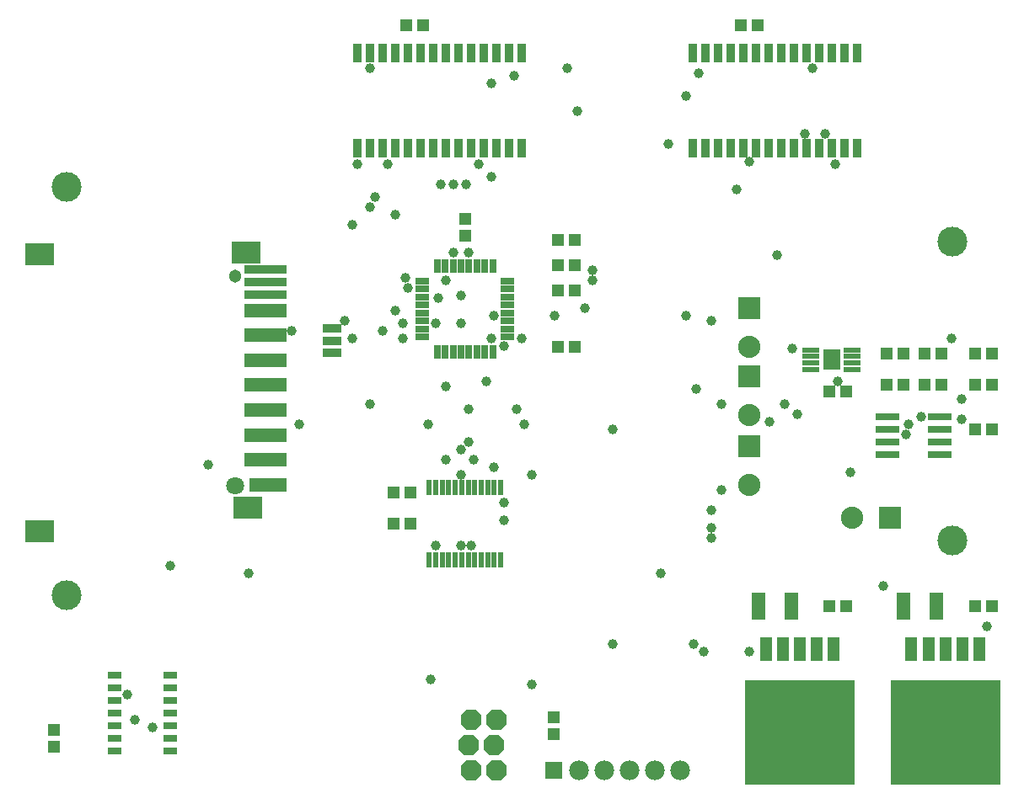
<source format=gts>
G75*
%MOIN*%
%OFA0B0*%
%FSLAX24Y24*%
%IPPOS*%
%LPD*%
%AMOC8*
5,1,8,0,0,1.08239X$1,22.5*
%
%ADD10R,0.0580X0.0300*%
%ADD11R,0.0300X0.0580*%
%ADD12R,0.0749X0.0356*%
%ADD13R,0.0513X0.0474*%
%ADD14R,0.0474X0.0513*%
%ADD15R,0.0217X0.0630*%
%ADD16R,0.0880X0.0880*%
%ADD17C,0.0880*%
%ADD18R,0.0336X0.0749*%
%ADD19R,0.0674X0.0674*%
%ADD20C,0.0780*%
%ADD21OC8,0.0820*%
%ADD22R,0.0552X0.0316*%
%ADD23R,0.0710X0.0237*%
%ADD24R,0.0698X0.0824*%
%ADD25R,0.4332X0.4178*%
%ADD26R,0.0500X0.0930*%
%ADD27R,0.0552X0.1064*%
%ADD28C,0.1182*%
%ADD29R,0.1182X0.0867*%
%ADD30R,0.1655X0.0356*%
%ADD31R,0.1655X0.0552*%
%ADD32R,0.1458X0.0552*%
%ADD33C,0.0513*%
%ADD34C,0.0710*%
%ADD35R,0.0946X0.0316*%
%ADD36C,0.0390*%
D10*
X016660Y018460D03*
X016660Y018775D03*
X016660Y019090D03*
X016660Y019405D03*
X016660Y019720D03*
X016660Y020035D03*
X016660Y020350D03*
X016660Y020665D03*
X020040Y020665D03*
X020040Y020350D03*
X020040Y020035D03*
X020040Y019720D03*
X020040Y019405D03*
X020040Y019090D03*
X020040Y018775D03*
X020040Y018460D03*
D11*
X019452Y017872D03*
X019137Y017872D03*
X018822Y017872D03*
X018507Y017872D03*
X018193Y017872D03*
X017878Y017872D03*
X017563Y017872D03*
X017248Y017872D03*
X017248Y021252D03*
X017563Y021252D03*
X017878Y021252D03*
X018193Y021252D03*
X018507Y021252D03*
X018822Y021252D03*
X019137Y021252D03*
X019452Y021252D03*
D12*
X013100Y018785D03*
X013100Y018312D03*
X013100Y017840D03*
D13*
X015515Y012312D03*
X016185Y012312D03*
X016185Y011062D03*
X015515Y011062D03*
X022015Y018062D03*
X022685Y018062D03*
X022685Y020312D03*
X022015Y020312D03*
X022015Y021312D03*
X022685Y021312D03*
X022685Y022312D03*
X022015Y022312D03*
X032765Y016312D03*
X033435Y016312D03*
X035015Y016562D03*
X035685Y016562D03*
X036515Y016562D03*
X037185Y016562D03*
X037185Y017812D03*
X036515Y017812D03*
X035685Y017812D03*
X035015Y017812D03*
X038515Y017812D03*
X039185Y017812D03*
X039185Y016562D03*
X038515Y016562D03*
X038515Y014812D03*
X039185Y014812D03*
X039185Y007812D03*
X038515Y007812D03*
X033435Y007812D03*
X032765Y007812D03*
X029935Y030812D03*
X029265Y030812D03*
X016685Y030812D03*
X016015Y030812D03*
D14*
X002100Y002228D03*
X002100Y002897D03*
X021850Y002728D03*
X021850Y003397D03*
X018350Y022478D03*
X018350Y023147D03*
D15*
X018222Y012502D03*
X017966Y012502D03*
X017710Y012502D03*
X017454Y012502D03*
X017198Y012502D03*
X016943Y012502D03*
X018478Y012502D03*
X018734Y012502D03*
X018990Y012502D03*
X019246Y012502D03*
X019502Y012502D03*
X019757Y012502D03*
X019757Y009623D03*
X019502Y009623D03*
X019246Y009623D03*
X018990Y009623D03*
X018734Y009623D03*
X018478Y009623D03*
X018222Y009623D03*
X017966Y009623D03*
X017710Y009623D03*
X017454Y009623D03*
X017198Y009623D03*
X016943Y009623D03*
D16*
X029600Y014127D03*
X029600Y016882D03*
X029600Y019595D03*
X035170Y011312D03*
D17*
X033652Y011312D03*
X029600Y012609D03*
X029600Y015364D03*
X029600Y018077D03*
D18*
X029350Y025931D03*
X029850Y025931D03*
X030350Y025931D03*
X030850Y025931D03*
X031350Y025931D03*
X031850Y025931D03*
X032350Y025931D03*
X032850Y025931D03*
X033350Y025931D03*
X033850Y025931D03*
X033850Y029694D03*
X033350Y029694D03*
X032850Y029694D03*
X032350Y029694D03*
X031850Y029694D03*
X031350Y029694D03*
X030850Y029694D03*
X030350Y029694D03*
X029850Y029694D03*
X029350Y029694D03*
X028850Y029694D03*
X028350Y029694D03*
X027850Y029694D03*
X027350Y029694D03*
X027350Y025931D03*
X027850Y025931D03*
X028350Y025931D03*
X028850Y025931D03*
X020600Y025931D03*
X020100Y025931D03*
X019600Y025931D03*
X019100Y025931D03*
X018600Y025931D03*
X018100Y025931D03*
X017600Y025931D03*
X017100Y025931D03*
X016600Y025931D03*
X016100Y025931D03*
X015600Y025931D03*
X015100Y025931D03*
X014600Y025931D03*
X014100Y025931D03*
X014100Y029694D03*
X014600Y029694D03*
X015100Y029694D03*
X015600Y029694D03*
X016100Y029694D03*
X016600Y029694D03*
X017100Y029694D03*
X017600Y029694D03*
X018100Y029694D03*
X018600Y029694D03*
X019100Y029694D03*
X019600Y029694D03*
X020100Y029694D03*
X020600Y029694D03*
D19*
X021850Y001312D03*
D20*
X022850Y001312D03*
X023850Y001312D03*
X024850Y001312D03*
X025850Y001312D03*
X026850Y001312D03*
D21*
X019600Y001312D03*
X018600Y001312D03*
X018500Y002312D03*
X019500Y002312D03*
X019600Y003312D03*
X018600Y003312D03*
D22*
X006702Y003062D03*
X006702Y003562D03*
X006702Y004062D03*
X006702Y004562D03*
X006702Y005062D03*
X004498Y005062D03*
X004498Y004562D03*
X004498Y004062D03*
X004498Y003562D03*
X004498Y003062D03*
X004498Y002562D03*
X004498Y002062D03*
X006702Y002062D03*
X006702Y002562D03*
D23*
X032023Y017179D03*
X032023Y017434D03*
X032023Y017690D03*
X032023Y017946D03*
X033677Y017946D03*
X033677Y017690D03*
X033677Y017434D03*
X033677Y017179D03*
D24*
X032850Y017562D03*
D25*
X031600Y002812D03*
X037350Y002812D03*
D26*
X037350Y006092D03*
X036680Y006092D03*
X036010Y006092D03*
X038020Y006092D03*
X038690Y006092D03*
X032940Y006092D03*
X032270Y006092D03*
X031600Y006092D03*
X030930Y006092D03*
X030260Y006092D03*
D27*
X029950Y007812D03*
X031250Y007812D03*
X035700Y007812D03*
X037000Y007812D03*
D28*
X037639Y010406D03*
X037639Y022218D03*
X002600Y024383D03*
X002600Y008241D03*
D29*
X001517Y010761D03*
X009746Y011706D03*
X009706Y021785D03*
X001517Y021745D03*
D30*
X010454Y021116D03*
X010454Y020643D03*
X010454Y020131D03*
D31*
X010454Y019501D03*
X010454Y018517D03*
X010454Y017533D03*
X010454Y016549D03*
X010454Y015564D03*
X010454Y014580D03*
X010454Y013596D03*
D32*
X010553Y012612D03*
D33*
X009273Y020879D03*
D34*
X009273Y012572D03*
D35*
X035076Y013812D03*
X035076Y014312D03*
X035076Y014812D03*
X035076Y015312D03*
X037124Y015312D03*
X037124Y014812D03*
X037124Y014312D03*
X037124Y013812D03*
D36*
X035800Y014612D03*
X035900Y015012D03*
X036400Y015312D03*
X038000Y015212D03*
X038000Y016012D03*
X037600Y018412D03*
X033100Y016712D03*
X031500Y015412D03*
X031000Y015812D03*
X030400Y015112D03*
X028500Y015812D03*
X027500Y016412D03*
X028100Y019112D03*
X027100Y019312D03*
X023400Y020712D03*
X023400Y021112D03*
X023100Y019612D03*
X021900Y019312D03*
X020600Y018412D03*
X019900Y018112D03*
X019400Y018412D03*
X019500Y019312D03*
X018200Y019012D03*
X017200Y019012D03*
X017300Y020012D03*
X017600Y020712D03*
X018200Y020112D03*
X017900Y021812D03*
X018500Y021812D03*
X016000Y020812D03*
X016100Y020412D03*
X015600Y019512D03*
X015900Y019012D03*
X015900Y018412D03*
X015100Y018712D03*
X013900Y018412D03*
X013600Y019112D03*
X011500Y018712D03*
X014600Y015812D03*
X016900Y015012D03*
X018200Y014012D03*
X018500Y014312D03*
X018700Y013612D03*
X018200Y013012D03*
X017600Y013612D03*
X019500Y013312D03*
X021000Y013012D03*
X019900Y011912D03*
X019900Y011212D03*
X018600Y010212D03*
X018200Y010212D03*
X017200Y010212D03*
X020700Y015012D03*
X020400Y015612D03*
X019200Y016712D03*
X018500Y015612D03*
X017600Y016512D03*
X011800Y015012D03*
X008200Y013412D03*
X006700Y009412D03*
X009800Y009112D03*
X005000Y004312D03*
X005300Y003312D03*
X006000Y003012D03*
X017000Y004912D03*
X021000Y004712D03*
X024200Y006312D03*
X027400Y006312D03*
X027800Y006012D03*
X029600Y006012D03*
X026100Y009112D03*
X028100Y010512D03*
X028100Y010912D03*
X028100Y011612D03*
X028500Y012412D03*
X024200Y014812D03*
X031300Y018012D03*
X030700Y021712D03*
X029100Y024312D03*
X029600Y025412D03*
X031800Y026512D03*
X032600Y026512D03*
X033000Y025312D03*
X032100Y029112D03*
X027600Y028912D03*
X027100Y028012D03*
X026400Y026112D03*
X022800Y027412D03*
X022400Y029112D03*
X020300Y028812D03*
X019400Y028512D03*
X018900Y025312D03*
X019400Y024812D03*
X018400Y024512D03*
X017900Y024512D03*
X017400Y024512D03*
X015600Y023312D03*
X014600Y023612D03*
X014800Y024012D03*
X015300Y025312D03*
X014100Y025312D03*
X013900Y022912D03*
X014600Y029112D03*
X033600Y013112D03*
X034900Y008612D03*
X039000Y007012D03*
M02*

</source>
